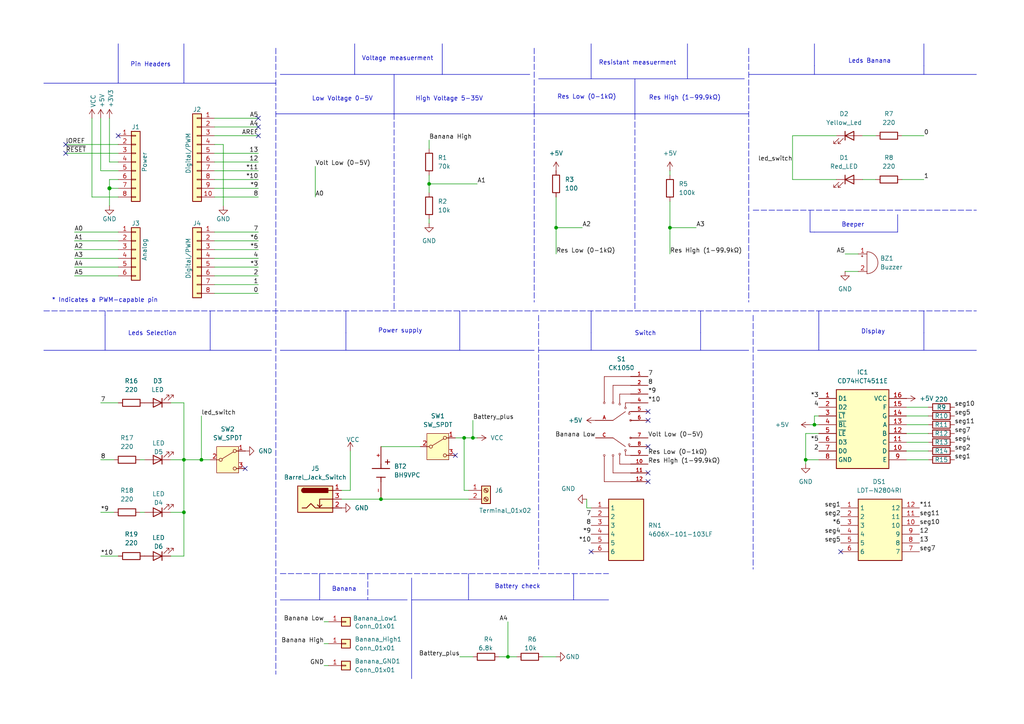
<source format=kicad_sch>
(kicad_sch (version 20231120) (generator "eeschema") (generator_version "8.0")
  (paper "A4")
  (title_block (title "P2-Multimeter") (date "mar. 31 mars 2015") (company "YRGO") (comment 1 "Niklas Brodén"))
  (lib_symbols
    (symbol "+5V_1" (power) (pin_numbers hide) (pin_names (offset 0) hide)
      (property "Value" "+5V" (at 0 3.556 0))
      (symbol "+5V_1_1_1"
        (pin power_in line (at 0 0 90) (length 0) (name "~") (number "1"))
      )
    )
    (symbol "+5V_3" (power) (pin_numbers hide) (pin_names (offset 0) hide)
      (property "Value" "+5V" (at 0 3.556 0))
      (symbol "+5V_3_1_1"
        (pin power_in line (at 0 0 90) (length 0) (name "~") (number "1"))
      )
    )
    (symbol "+5V_4" (power) (pin_numbers hide) (pin_names (offset 0) hide)
      (property "Value" "+5V" (at 0 3.556 0))
      (symbol "+5V_4_1_1"
        (pin power_in line (at 0 0 90) (length 0) (name "~") (number "1"))
      )
    )
    (symbol "4606X-101-103LF:4606X-101-103LF"
      (property "Reference" "RN" (at 16.51 7.62 0))
      (property "Value" "4606X-101-103LF" (at 16.51 5.08 0))
      (symbol "4606X-101-103LF_1_1"
        (pin passive line (at 0 0 0) (length 5.08) (name "1") (number "1"))
        (pin passive line (at 0 -2.54 0) (length 5.08) (name "2") (number "2"))
        (pin passive line (at 0 -5.08 0) (length 5.08) (name "3") (number "3"))
        (pin passive line (at 0 -7.62 0) (length 5.08) (name "4") (number "4"))
        (pin passive line (at 0 -10.16 0) (length 5.08) (name "5") (number "5"))
        (pin passive line (at 0 -12.7 0) (length 5.08) (name "6") (number "6"))
      )
    )
    (symbol "BH9VPC:BH9VPC" (pin_names (offset 1.016))
      (property "Reference" "BT" (at -3.81 3.81 0))
      (property "Value" "BH9VPC" (at -3.81 -5.08 0))
      (symbol "BH9VPC_0_0"
        (pin passive line (at -7.62 0 0) (length 5.08) (name "~") (number "+"))
        (pin passive line (at 7.62 0 180) (length 5.08) (name "~") (number "-"))
      )
    )
    (symbol "CD74HCT4511E:CD74HCT4511E"
      (property "Reference" "IC" (at 21.59 7.62 0))
      (property "Value" "CD74HCT4511E" (at 21.59 5.08 0))
      (symbol "CD74HCT4511E_1_1"
        (pin passive line (at 0 0 0) (length 5.08) (name "D1") (number "1"))
        (pin passive line (at 25.4 -15.24 180) (length 5.08) (name "D") (number "10"))
        (pin passive line (at 25.4 -12.7 180) (length 5.08) (name "C") (number "11"))
        (pin passive line (at 25.4 -10.16 180) (length 5.08) (name "B") (number "12"))
        (pin passive line (at 25.4 -7.62 180) (length 5.08) (name "A") (number "13"))
        (pin passive line (at 25.4 -5.08 180) (length 5.08) (name "G") (number "14"))
        (pin passive line (at 25.4 -2.54 180) (length 5.08) (name "F") (number "15"))
        (pin passive line (at 25.4 0 180) (length 5.08) (name "VCC") (number "16"))
        (pin passive line (at 0 -2.54 0) (length 5.08) (name "D2") (number "2"))
        (pin passive line (at 0 -5.08 0) (length 5.08) (name "~{LT}") (number "3"))
        (pin passive line (at 0 -7.62 0) (length 5.08) (name "~{BL}") (number "4"))
        (pin passive line (at 0 -10.16 0) (length 5.08) (name "~{LE}") (number "5"))
        (pin passive line (at 0 -12.7 0) (length 5.08) (name "D3") (number "6"))
        (pin passive line (at 0 -15.24 0) (length 5.08) (name "D0") (number "7"))
        (pin passive line (at 0 -17.78 0) (length 5.08) (name "GND") (number "8"))
        (pin passive line (at 25.4 -17.78 180) (length 5.08) (name "E") (number "9"))
      )
    )
    (symbol "CK1050:CK1050" (pin_names (offset 1.016))
      (property "Reference" "S" (at -5.08 17.78 0))
      (property "Value" "CK1050" (at -5.08 -20.32 0))
      (symbol "CK1050_0_0"
        (pin passive line (at 7.62 15.24 180) (length 5.08) (name "~") (number "1"))
        (pin passive line (at 7.62 -10.16 180) (length 5.08) (name "~") (number "10"))
        (pin passive line (at 7.62 -12.7 180) (length 5.08) (name "~") (number "11"))
        (pin passive line (at 7.62 -15.24 180) (length 5.08) (name "~") (number "12"))
        (pin passive line (at 7.62 12.7 180) (length 5.08) (name "~") (number "2"))
        (pin passive line (at 7.62 10.16 180) (length 5.08) (name "~") (number "3"))
        (pin passive line (at 7.62 7.62 180) (length 5.08) (name "~") (number "4"))
        (pin passive line (at 7.62 5.08 180) (length 5.08) (name "~") (number "5"))
        (pin passive line (at 7.62 2.54 180) (length 5.08) (name "~") (number "6"))
        (pin passive line (at 7.62 -2.54 180) (length 5.08) (name "~") (number "7"))
        (pin passive line (at 7.62 -5.08 180) (length 5.08) (name "~") (number "8"))
        (pin passive line (at 7.62 -7.62 180) (length 5.08) (name "~") (number "9"))
        (pin passive line (at -7.62 2.54 0) (length 5.08) (name "~") (number "A"))
        (pin passive line (at -7.62 -2.54 0) (length 5.08) (name "~") (number "C"))
      )
    )
    (symbol "Connector:Barrel_Jack_Switch" (pin_names hide)
      (property "Reference" "J" (at 0 5.334 0))
      (property "Value" "Barrel_Jack_Switch" (at 0 -5.08 0))
      (symbol "Barrel_Jack_Switch_1_1"
        (pin passive line (at 7.62 2.54 180) (length 2.54) (name "~") (number "1"))
        (pin passive line (at 7.62 -2.54 180) (length 2.54) (name "~") (number "2"))
        (pin passive line (at 7.62 0 180) (length 2.54) (name "~") (number "3"))
      )
    )
    (symbol "Connector:Screw_Terminal_01x02" (pin_names (offset 1.016) hide)
      (property "Reference" "J" (at 0 2.54 0))
      (property "Value" "Screw_Terminal_01x02" (at 0 -5.08 0))
      (symbol "Screw_Terminal_01x02_1_1"
        (pin passive line (at -5.08 0 0) (length 3.81) (name "Pin_1") (number "1"))
        (pin passive line (at -5.08 -2.54 0) (length 3.81) (name "Pin_2") (number "2"))
      )
    )
    (symbol "Connector_Generic:Conn_01x01" (pin_names (offset 1.016) hide)
      (property "Reference" "J" (at 0 2.54 0))
      (property "Value" "Conn_01x01" (at 0 -2.54 0))
      (symbol "Conn_01x01_1_1"
        (pin passive line (at -5.08 0 0) (length 3.81) (name "Pin_1") (number "1"))
      )
    )
    (symbol "Connector_Generic:Conn_01x06" (pin_names (offset 1.016) hide)
      (property "Reference" "J" (at 0 7.62 0))
      (property "Value" "Conn_01x06" (at 0 -10.16 0))
      (symbol "Conn_01x06_1_1"
        (pin passive line (at -5.08 5.08 0) (length 3.81) (name "Pin_1") (number "1"))
        (pin passive line (at -5.08 2.54 0) (length 3.81) (name "Pin_2") (number "2"))
        (pin passive line (at -5.08 0 0) (length 3.81) (name "Pin_3") (number "3"))
        (pin passive line (at -5.08 -2.54 0) (length 3.81) (name "Pin_4") (number "4"))
        (pin passive line (at -5.08 -5.08 0) (length 3.81) (name "Pin_5") (number "5"))
        (pin passive line (at -5.08 -7.62 0) (length 3.81) (name "Pin_6") (number "6"))
      )
    )
    (symbol "Connector_Generic:Conn_01x08" (pin_names (offset 1.016) hide)
      (property "Reference" "J" (at 0 10.16 0))
      (property "Value" "Conn_01x08" (at 0 -12.7 0))
      (symbol "Conn_01x08_1_1"
        (pin passive line (at -5.08 7.62 0) (length 3.81) (name "Pin_1") (number "1"))
        (pin passive line (at -5.08 5.08 0) (length 3.81) (name "Pin_2") (number "2"))
        (pin passive line (at -5.08 2.54 0) (length 3.81) (name "Pin_3") (number "3"))
        (pin passive line (at -5.08 0 0) (length 3.81) (name "Pin_4") (number "4"))
        (pin passive line (at -5.08 -2.54 0) (length 3.81) (name "Pin_5") (number "5"))
        (pin passive line (at -5.08 -5.08 0) (length 3.81) (name "Pin_6") (number "6"))
        (pin passive line (at -5.08 -7.62 0) (length 3.81) (name "Pin_7") (number "7"))
        (pin passive line (at -5.08 -10.16 0) (length 3.81) (name "Pin_8") (number "8"))
      )
    )
    (symbol "Connector_Generic:Conn_01x10" (pin_names (offset 1.016) hide)
      (property "Reference" "J" (at 0 12.7 0))
      (property "Value" "Conn_01x10" (at 0 -15.24 0))
      (symbol "Conn_01x10_1_1"
        (pin passive line (at -5.08 10.16 0) (length 3.81) (name "Pin_1") (number "1"))
        (pin passive line (at -5.08 -12.7 0) (length 3.81) (name "Pin_10") (number "10"))
        (pin passive line (at -5.08 7.62 0) (length 3.81) (name "Pin_2") (number "2"))
        (pin passive line (at -5.08 5.08 0) (length 3.81) (name "Pin_3") (number "3"))
        (pin passive line (at -5.08 2.54 0) (length 3.81) (name "Pin_4") (number "4"))
        (pin passive line (at -5.08 0 0) (length 3.81) (name "Pin_5") (number "5"))
        (pin passive line (at -5.08 -2.54 0) (length 3.81) (name "Pin_6") (number "6"))
        (pin passive line (at -5.08 -5.08 0) (length 3.81) (name "Pin_7") (number "7"))
        (pin passive line (at -5.08 -7.62 0) (length 3.81) (name "Pin_8") (number "8"))
        (pin passive line (at -5.08 -10.16 0) (length 3.81) (name "Pin_9") (number "9"))
      )
    )
    (symbol "Device:Buzzer" (pin_names (offset 0.0254) hide)
      (property "Reference" "BZ" (at 3.81 1.27 0))
      (property "Value" "Buzzer" (at 3.81 -1.27 0))
      (symbol "Buzzer_1_1"
        (pin passive line (at -2.54 2.54 0) (length 2.54) (name "+") (number "1"))
        (pin passive line (at -2.54 -2.54 0) (length 2.54) (name "-") (number "2"))
      )
    )
    (symbol "Device:LED" (pin_numbers hide) (pin_names (offset 1.016) hide)
      (property "Reference" "D" (at 0 2.54 0))
      (property "Value" "LED" (at 0 -2.54 0))
      (symbol "LED_1_1"
        (pin passive line (at -3.81 0 0) (length 2.54) (name "K") (number "1"))
        (pin passive line (at 3.81 0 180) (length 2.54) (name "A") (number "2"))
      )
    )
    (symbol "Device:R" (pin_numbers hide) (pin_names (offset 0))
      (property "Reference" "R" (at 2.032 0 90))
      (property "Value" "R" (at 0 0 90))
      (symbol "R_1_1"
        (pin passive line (at 0 3.81 270) (length 1.27) (name "~") (number "1"))
        (pin passive line (at 0 -3.81 90) (length 1.27) (name "~") (number "2"))
      )
    )
    (symbol "GND_1" (power) (pin_numbers hide) (pin_names (offset 0) hide)
      (property "Value" "GND" (at 0 -3.81 0))
      (symbol "GND_1_1_1"
        (pin power_in line (at 0 0 270) (length 0) (name "~") (number "1"))
      )
    )
    (symbol "GND_10" (power) (pin_numbers hide) (pin_names (offset 0) hide)
      (property "Value" "GND" (at 0 -3.81 0))
      (symbol "GND_10_1_1"
        (pin power_in line (at 0 0 270) (length 0) (name "~") (number "1"))
      )
    )
    (symbol "GND_2" (power) (pin_numbers hide) (pin_names (offset 0) hide)
      (property "Value" "GND" (at 0 -3.81 0))
      (symbol "GND_2_1_1"
        (pin power_in line (at 0 0 270) (length 0) (name "~") (number "1"))
      )
    )
    (symbol "GND_3" (power) (pin_numbers hide) (pin_names (offset 0) hide)
      (property "Value" "GND" (at 0 -3.81 0))
      (symbol "GND_3_1_1"
        (pin power_in line (at 0 0 270) (length 0) (name "~") (number "1"))
      )
    )
    (symbol "GND_4" (power) (pin_numbers hide) (pin_names (offset 0) hide)
      (property "Value" "GND" (at 0 -3.81 0))
      (symbol "GND_4_1_1"
        (pin power_in line (at 0 0 270) (length 0) (name "~") (number "1"))
      )
    )
    (symbol "GND_5" (power) (pin_numbers hide) (pin_names (offset 0) hide)
      (property "Value" "GND" (at 0 -3.81 0))
      (symbol "GND_5_1_1"
        (pin power_in line (at 0 0 270) (length 0) (name "~") (number "1"))
      )
    )
    (symbol "GND_6" (power) (pin_numbers hide) (pin_names (offset 0) hide)
      (property "Value" "GND" (at 0 -3.81 0))
      (symbol "GND_6_1_1"
        (pin power_in line (at 0 0 270) (length 0) (name "~") (number "1"))
      )
    )
    (symbol "LDT-N2804RI:LDT-N2804RI"
      (property "Reference" "DS" (at 19.05 7.62 0))
      (property "Value" "LDT-N2804RI" (at 19.05 5.08 0))
      (symbol "LDT-N2804RI_1_1"
        (pin passive line (at 0 0 0) (length 5.08) (name "1") (number "1"))
        (pin passive line (at 22.86 -5.08 180) (length 5.08) (name "10") (number "10"))
        (pin passive line (at 22.86 -2.54 180) (length 5.08) (name "11") (number "11"))
        (pin passive line (at 22.86 0 180) (length 5.08) (name "12") (number "12"))
        (pin passive line (at 0 -2.54 0) (length 5.08) (name "2") (number "2"))
        (pin passive line (at 0 -5.08 0) (length 5.08) (name "3") (number "3"))
        (pin passive line (at 0 -7.62 0) (length 5.08) (name "4") (number "4"))
        (pin passive line (at 0 -10.16 0) (length 5.08) (name "5") (number "5"))
        (pin passive line (at 0 -12.7 0) (length 5.08) (name "6") (number "6"))
        (pin passive line (at 22.86 -12.7 180) (length 5.08) (name "7") (number "7"))
        (pin passive line (at 22.86 -10.16 180) (length 5.08) (name "8") (number "8"))
        (pin passive line (at 22.86 -7.62 180) (length 5.08) (name "9") (number "9"))
      )
    )
    (symbol "Switch:SW_SPDT" (pin_names (offset 0) hide)
      (property "Reference" "SW" (at 0 5.08 0))
      (property "Value" "SW_SPDT" (at 0 -5.08 0))
      (symbol "SW_SPDT_1_1"
        (pin passive line (at 5.08 2.54 180) (length 2.54) (name "A") (number "1"))
        (pin passive line (at -5.08 0 0) (length 2.54) (name "B") (number "2"))
        (pin passive line (at 5.08 -2.54 180) (length 2.54) (name "C") (number "3"))
      )
    )
    (symbol "VCC_1" (power) (pin_numbers hide) (pin_names (offset 0) hide)
      (property "Value" "VCC" (at 0 3.556 0))
      (symbol "VCC_1_1_1"
        (pin power_in line (at 0 0 90) (length 0) (name "~") (number "1"))
      )
    )
    (symbol "VCC_2" (power) (pin_numbers hide) (pin_names (offset 0) hide)
      (property "Value" "VCC" (at 0 3.556 0))
      (symbol "VCC_2_1_1"
        (pin power_in line (at 0 0 90) (length 0) (name "~") (number "1"))
      )
    )
    (symbol "power:+3V3" (power) (pin_names (offset 0))
      (property "Value" "+3V3" (at 0 3.556 0))
      (symbol "+3V3_1_1"
        (pin power_in line (at 0 0 90) (length 0) hide (name "+3V3") (number "1"))
      )
    )
    (symbol "power:+5V" (power) (pin_names (offset 0))
      (property "Value" "+5V" (at 0 3.556 0))
      (symbol "+5V_1_1"
        (pin power_in line (at 0 0 90) (length 0) hide (name "+5V") (number "1"))
      )
    )
    (symbol "power:GND" (power) (pin_names (offset 0))
      (property "Value" "GND" (at 0 -3.81 0))
      (symbol "GND_1_1"
        (pin power_in line (at 0 0 270) (length 0) hide (name "GND") (number "1"))
      )
    )
    (symbol "power:VCC" (power) (pin_names (offset 0))
      (property "Value" "VCC" (at 0 3.81 0))
      (symbol "VCC_1_1"
        (pin power_in line (at 0 0 90) (length 0) hide (name "VCC") (number "1"))
      )
    )
  )
  (junction (at 194.31 66.04))
  (junction (at 147.32 190.5))
  (junction (at 134.62 127))
  (junction (at 58.42 133.35))
  (junction (at 124.46 53.34))
  (junction (at 31.75 54.61) (diameter 1.016))
  (junction (at 236.22 123.19))
  (junction (at 110.49 144.78))
  (junction (at 161.29 66.04))
  (junction (at 53.34 133.35))
  (junction (at 137.16 127))
  (junction (at 53.34 148.59))
  (junction (at 233.68 133.35))
  (no_connect (at 71.12 135.89))
  (no_connect (at 74.93 34.29))
  (no_connect (at 19.05 41.91))
  (no_connect (at 243.84 160.02))
  (no_connect (at 187.96 139.7))
  (no_connect (at 187.96 129.54))
  (no_connect (at 187.96 137.16))
  (no_connect (at 187.96 119.38))
  (no_connect (at 34.29 39.37))
  (no_connect (at 19.05 44.45))
  (no_connect (at 74.93 39.37))
  (no_connect (at 187.96 121.92))
  (no_connect (at 74.93 36.83))
  (no_connect (at 171.45 160.02))
  (no_connect (at 132.08 132.08))
  (wire (pts (xy 62.23 85.09) (xy 74.93 85.09)))
  (wire (pts (xy 262.89 128.27) (xy 269.24 128.27)))
  (wire (pts (xy 161.29 66.04) (xy 168.91 66.04)))
  (polyline (pts (xy 114.3 21.59) (xy 114.3 33.02)))
  (wire (pts (xy 250.19 39.37) (xy 254 39.37)))
  (wire (pts (xy 62.23 52.07) (xy 74.93 52.07)))
  (wire (pts (xy 161.29 57.15) (xy 161.29 66.04)))
  (polyline (pts (xy 156.21 91.44) (xy 156.21 165.1)) (stroke (width 0) (type dash)))
  (wire (pts (xy 62.23 34.29) (xy 74.93 34.29)))
  (polyline (pts (xy 30.48 91.44) (xy 30.48 101.6)))
  (polyline (pts (xy 267.97 19.05) (xy 267.97 21.59)))
  (polyline (pts (xy 199.39 12.7) (xy 199.39 22.86)))
  (wire (pts (xy 262.89 130.81) (xy 269.24 130.81)))
  (polyline (pts (xy 217.17 21.59) (xy 283.21 21.59)))
  (wire (pts (xy 53.34 161.29) (xy 49.53 161.29)))
  (wire (pts (xy 31.75 52.07) (xy 31.75 54.61)))
  (wire (pts (xy 147.32 180.34) (xy 147.32 190.5)))
  (wire (pts (xy 21.59 80.01) (xy 34.29 80.01)))
  (polyline (pts (xy 92.71 166.37) (xy 92.71 173.99)))
  (polyline (pts (xy 34.29 12.7) (xy 34.29 24.13)))
  (wire (pts (xy 29.21 133.35) (xy 33.02 133.35)))
  (wire (pts (xy 31.75 54.61) (xy 31.75 59.69)))
  (wire (pts (xy 91.44 48.26) (xy 91.44 57.15)))
  (polyline (pts (xy 119.38 167.64) (xy 119.38 196.85)))
  (wire (pts (xy 99.06 144.78) (xy 110.49 144.78)))
  (wire (pts (xy 31.75 46.99) (xy 34.29 46.99)))
  (wire (pts (xy 144.78 190.5) (xy 147.32 190.5)))
  (wire (pts (xy 233.68 133.35) (xy 237.49 133.35)))
  (polyline (pts (xy 114.3 33.02) (xy 154.94 33.02)))
  (wire (pts (xy 29.21 49.53) (xy 34.29 49.53)))
  (wire (pts (xy 29.21 34.29) (xy 29.21 49.53)))
  (wire (pts (xy 40.64 133.35) (xy 41.91 133.35)))
  (wire (pts (xy 53.34 133.35) (xy 58.42 133.35)))
  (wire (pts (xy 262.89 125.73) (xy 269.24 125.73)))
  (polyline (pts (xy 184.15 33.02) (xy 154.94 33.02)))
  (wire (pts (xy 29.21 148.59) (xy 33.02 148.59)))
  (wire (pts (xy 62.23 44.45) (xy 74.93 44.45)))
  (wire (pts (xy 157.48 190.5) (xy 161.29 190.5)))
  (wire (pts (xy 40.64 148.59) (xy 41.91 148.59)))
  (polyline (pts (xy 12.7 90.17) (xy 283.21 90.17)) (stroke (width 0) (type dash)))
  (wire (pts (xy 31.75 34.29) (xy 31.75 46.99)))
  (wire (pts (xy 62.23 67.31) (xy 74.93 67.31)))
  (wire (pts (xy 124.46 53.34) (xy 124.46 55.88)))
  (polyline (pts (xy 81.28 166.37) (xy 176.53 166.37)) (stroke (width 0) (type dash)))
  (wire (pts (xy 93.98 186.69) (xy 95.25 186.69)))
  (wire (pts (xy 229.87 39.37) (xy 229.87 52.07)))
  (wire (pts (xy 34.29 67.31) (xy 21.59 67.31)))
  (wire (pts (xy 250.19 52.07) (xy 254 52.07)))
  (polyline (pts (xy 154.94 33.02) (xy 154.94 31.75)))
  (wire (pts (xy 233.68 134.62) (xy 233.68 133.35)))
  (wire (pts (xy 62.23 46.99) (xy 74.93 46.99)))
  (polyline (pts (xy 60.96 90.17) (xy 60.96 96.52)))
  (wire (pts (xy 53.34 116.84) (xy 49.53 116.84)))
  (polyline (pts (xy 100.33 96.52) (xy 100.33 101.6)))
  (polyline (pts (xy 53.34 12.7) (xy 53.34 24.13)))
  (wire (pts (xy 62.23 69.85) (xy 74.93 69.85)))
  (wire (pts (xy 194.31 58.42) (xy 194.31 66.04)))
  (wire (pts (xy 29.21 116.84) (xy 34.29 116.84)))
  (wire (pts (xy 110.49 144.78) (xy 135.89 144.78)))
  (wire (pts (xy 194.31 66.04) (xy 201.93 66.04)))
  (wire (pts (xy 234.95 123.19) (xy 236.22 123.19)))
  (wire (pts (xy 236.22 123.19) (xy 236.22 120.65)))
  (polyline (pts (xy 171.45 12.7) (xy 171.45 22.86)))
  (wire (pts (xy 262.89 123.19) (xy 269.24 123.19)))
  (wire (pts (xy 110.49 129.54) (xy 121.92 129.54)))
  (polyline (pts (xy 237.49 90.17) (xy 237.49 96.52)))
  (polyline (pts (xy 81.28 21.59) (xy 153.67 21.59)))
  (polyline (pts (xy 128.27 12.7) (xy 128.27 21.59)))
  (wire (pts (xy 134.62 127) (xy 137.16 127)))
  (wire (pts (xy 101.6 130.81) (xy 101.6 142.24)))
  (wire (pts (xy 134.62 127) (xy 132.08 127)))
  (polyline (pts (xy 30.48 90.17) (xy 30.48 91.44)))
  (polyline (pts (xy 234.95 67.31) (xy 236.22 67.31)))
  (wire (pts (xy 62.23 54.61) (xy 74.93 54.61)))
  (wire (pts (xy 93.98 180.34) (xy 95.25 180.34)))
  (wire (pts (xy 124.46 53.34) (xy 138.43 53.34)))
  (polyline (pts (xy 218.44 60.96) (xy 283.21 60.96)) (stroke (width 0) (type dash)))
  (wire (pts (xy 62.23 74.93) (xy 74.93 74.93)))
  (polyline (pts (xy 119.38 173.99) (xy 176.53 173.99)))
  (polyline (pts (xy 184.15 33.02) (xy 184.15 90.17)) (stroke (width 0) (type dash)))
  (polyline (pts (xy 219.71 101.6) (xy 283.21 101.6)))
  (polyline (pts (xy 133.35 90.17) (xy 133.35 96.52)))
  (polyline (pts (xy 135.89 166.37) (xy 135.89 167.64)))
  (wire (pts (xy 135.89 142.24) (xy 134.62 142.24)))
  (polyline (pts (xy 218.44 91.44) (xy 218.44 165.1)) (stroke (width 0) (type dash)))
  (wire (pts (xy 138.43 127) (xy 137.16 127)))
  (polyline (pts (xy 203.2 96.52) (xy 203.2 101.6)))
  (wire (pts (xy 19.05 41.91) (xy 34.29 41.91)))
  (wire (pts (xy 29.21 161.29) (xy 34.29 161.29)))
  (polyline (pts (xy 260.35 62.23) (xy 260.35 67.31)))
  (polyline (pts (xy 237.49 96.52) (xy 237.49 101.6)))
  (wire (pts (xy 93.98 193.04) (xy 95.25 193.04)))
  (polyline (pts (xy 184.15 33.02) (xy 217.17 33.02)))
  (wire (pts (xy 53.34 133.35) (xy 53.34 148.59)))
  (polyline (pts (xy 135.89 167.64) (xy 135.89 173.99)))
  (polyline (pts (xy 267.97 12.7) (xy 267.97 19.05)))
  (wire (pts (xy 64.77 41.91) (xy 64.77 59.69)))
  (wire (pts (xy 133.35 190.5) (xy 137.16 190.5)))
  (wire (pts (xy 62.23 39.37) (xy 74.93 39.37)))
  (wire (pts (xy 229.87 52.07) (xy 242.57 52.07)))
  (wire (pts (xy 262.89 133.35) (xy 269.24 133.35)))
  (polyline (pts (xy 184.15 22.86) (xy 184.15 33.02)))
  (polyline (pts (xy 267.97 96.52) (xy 267.97 101.6)))
  (wire (pts (xy 53.34 148.59) (xy 49.53 148.59)))
  (wire (pts (xy 34.29 72.39) (xy 21.59 72.39)))
  (wire (pts (xy 19.05 44.45) (xy 34.29 44.45)))
  (wire (pts (xy 134.62 127) (xy 134.62 142.24)))
  (wire (pts (xy 124.46 40.64) (xy 124.46 43.18)))
  (wire (pts (xy 34.29 54.61) (xy 31.75 54.61)))
  (wire (pts (xy 236.22 120.65) (xy 237.49 120.65)))
  (polyline (pts (xy 81.28 173.99) (xy 118.11 173.99)))
  (wire (pts (xy 170.18 147.32) (xy 171.45 147.32)))
  (polyline (pts (xy 217.17 13.97) (xy 217.17 87.63)) (stroke (width 0) (type dash)))
  (polyline (pts (xy 203.2 90.17) (xy 203.2 96.52)))
  (wire (pts (xy 161.29 66.04) (xy 161.29 73.66)))
  (wire (pts (xy 34.29 57.15) (xy 26.67 57.15)))
  (polyline (pts (xy 236.22 12.7) (xy 236.22 19.05)))
  (polyline (pts (xy 106.68 166.37) (xy 106.68 173.99)) (stroke (width 0) (type dash)))
  (wire (pts (xy 21.59 69.85) (xy 34.29 69.85)))
  (polyline (pts (xy 100.33 90.17) (xy 100.33 96.52)))
  (wire (pts (xy 233.68 125.73) (xy 233.68 133.35)))
  (wire (pts (xy 245.11 78.74) (xy 248.92 78.74)))
  (polyline (pts (xy 236.22 19.05) (xy 236.22 21.59)))
  (wire (pts (xy 262.89 118.11) (xy 269.24 118.11)))
  (wire (pts (xy 170.18 144.78) (xy 170.18 147.32)))
  (wire (pts (xy 124.46 50.8) (xy 124.46 53.34)))
  (wire (pts (xy 194.31 66.04) (xy 194.31 73.66)))
  (wire (pts (xy 267.97 52.07) (xy 261.62 52.07)))
  (polyline (pts (xy 166.37 172.72) (xy 166.37 173.99)))
  (wire (pts (xy 62.23 41.91) (xy 64.77 41.91)))
  (polyline (pts (xy 156.21 22.86) (xy 215.9 22.86)))
  (wire (pts (xy 34.29 52.07) (xy 31.75 52.07)))
  (wire (pts (xy 147.32 190.5) (xy 149.86 190.5)))
  (wire (pts (xy 267.97 39.37) (xy 261.62 39.37)))
  (wire (pts (xy 124.46 64.77) (xy 124.46 63.5)))
  (polyline (pts (xy 133.35 96.52) (xy 133.35 101.6)))
  (polyline (pts (xy 171.45 96.52) (xy 171.45 101.6)))
  (wire (pts (xy 99.06 142.24) (xy 101.6 142.24)))
  (wire (pts (xy 62.23 49.53) (xy 74.93 49.53)))
  (wire (pts (xy 58.42 120.65) (xy 58.42 133.35)))
  (wire (pts (xy 262.89 120.65) (xy 269.24 120.65)))
  (wire (pts (xy 53.34 116.84) (xy 53.34 133.35)))
  (polyline (pts (xy 156.21 101.6) (xy 217.17 101.6)))
  (wire (pts (xy 236.22 123.19) (xy 237.49 123.19)))
  (polyline (pts (xy 12.7 101.6) (xy 78.74 101.6)))
  (wire (pts (xy 62.23 72.39) (xy 74.93 72.39)))
  (wire (pts (xy 21.59 74.93) (xy 34.29 74.93)))
  (polyline (pts (xy 267.97 90.17) (xy 267.97 96.52)))
  (polyline (pts (xy 12.7 24.13) (xy 80.01 24.13)))
  (wire (pts (xy 137.16 127) (xy 137.16 121.92)))
  (polyline (pts (xy 154.94 13.97) (xy 154.94 87.63)) (stroke (width 0) (type dash)))
  (wire (pts (xy 53.34 148.59) (xy 53.34 161.29)))
  (polyline (pts (xy 166.37 166.37) (xy 166.37 172.72)))
  (wire (pts (xy 62.23 36.83) (xy 74.93 36.83)))
  (polyline (pts (xy 102.87 12.7) (xy 102.87 21.59)))
  (wire (pts (xy 62.23 80.01) (xy 74.93 80.01)))
  (polyline (pts (xy 81.28 101.6) (xy 154.94 101.6)))
  (polyline (pts (xy 80.01 13.97) (xy 80.01 195.58)) (stroke (width 0) (type dash)))
  (wire (pts (xy 53.34 133.35) (xy 49.53 133.35)))
  (wire (pts (xy 62.23 77.47) (xy 74.93 77.47)))
  (polyline (pts (xy 114.3 33.02) (xy 80.01 33.02)))
  (polyline (pts (xy 171.45 90.17) (xy 171.45 96.52)))
  (wire (pts (xy 233.68 125.73) (xy 237.49 125.73)))
  (wire (pts (xy 58.42 133.35) (xy 60.96 133.35)))
  (wire (pts (xy 229.87 39.37) (xy 242.57 39.37)))
  (wire (pts (xy 62.23 82.55) (xy 74.93 82.55)))
  (wire (pts (xy 245.11 73.66) (xy 248.92 73.66)))
  (wire (pts (xy 26.67 57.15) (xy 26.67 34.29)))
  (polyline (pts (xy 60.96 96.52) (xy 60.96 101.6)))
  (polyline (pts (xy 234.95 60.96) (xy 234.95 67.31)))
  (wire (pts (xy 34.29 77.47) (xy 21.59 77.47)))
  (polyline (pts (xy 236.22 67.31) (xy 260.35 67.31)))
  (wire (pts (xy 194.31 49.53) (xy 194.31 50.8)))
  (wire (pts (xy 62.23 57.15) (xy 74.93 57.15)))
  (polyline (pts (xy 114.3 33.02) (xy 114.3 90.17)) (stroke (width 0) (type dash)))
  (text "High Voltage 5-35V" (at 130.302 28.702 0) (effects (font (size 1.27 1.27))))
  (text "Voltage measuerment" (at 115.316 17.018 0) (effects (font (size 1.27 1.27))))
  (text "Low Voltage 0-5V" (at 99.314 28.702 0) (effects (font (size 1.27 1.27))))
  (text "Leds Selection" (at 44.196 96.774 0) (effects (font (size 1.27 1.27))))
  (text "Display" (at 253.238 96.266 0) (effects (font (size 1.27 1.27))))
  (text "Beeper" (at 247.396 65.278 0) (effects (font (size 1.27 1.27))))
  (text "Res High (1-99.9kΩ)" (at 198.628 28.448 0) (effects (font (size 1.27 1.27))))
  (text "Pin Headers" (at 43.688 18.796 0) (effects (font (size 1.27 1.27))))
  (text "Banana" (at 99.822 170.942 0) (effects (font (size 1.27 1.27))))
  (text "Res Low (0-1kΩ)" (at 170.18 28.194 0) (effects (font (size 1.27 1.27))))
  (text "Leds Banana" (at 252.222 17.78 0) (effects (font (size 1.27 1.27))))
  (text "Switch" (at 187.198 96.774 0) (effects (font (size 1.27 1.27))))
  (text "* Indicates a PWM-capable pin" (at 14.986 87.884 0) (effects (font (size 1.27 1.27)) (justify left bottom)))
  (text "Resistant measuerment" (at 184.912 18.288 0) (effects (font (size 1.27 1.27))))
  (text "Battery check" (at 150.114 170.18 0) (effects (font (size 1.27 1.27))))
  (text "Power supply" (at 116.078 96.012 0) (effects (font (size 1.27 1.27))))
  (label "0" (at 74.93 85.09 180))
  (label "8" (at 171.45 152.4 180))
  (label "A2" (at 21.59 72.39 0))
  (label "1" (at 267.97 52.07 0))
  (label "led_switch" (at 229.87 46.99 180))
  (label "4" (at 74.93 74.93 180))
  (label "seg1" (at 276.86 133.35 0))
  (label "Volt Low (0-5V)" (at 91.44 48.26 0))
  (label "*5" (at 237.49 128.27 180))
  (label "7" (at 29.21 116.84 0))
  (label "13" (at 266.7 157.48 0))
  (label "2" (at 74.93 80.01 180))
  (label "A4" (at 147.32 180.34 180))
  (label "seg2" (at 243.84 149.86 180))
  (label "A3" (at 21.59 74.93 0))
  (label "*10" (at 187.96 116.84 0))
  (label "led_switch" (at 58.42 120.65 0))
  (label "13" (at 74.93 44.45 180))
  (label "seg10" (at 266.7 152.4 0))
  (label "7" (at 171.45 149.86 180))
  (label "Battery_plus" (at 137.16 121.92 0))
  (label "12" (at 74.93 46.99 180))
  (label "*9" (at 187.96 114.3 0))
  (label "Battery_plus" (at 133.35 190.5 180))
  (label "~{RESET}" (at 19.05 44.45 0))
  (label "*10" (at 74.93 52.07 180))
  (label "Banana Low" (at 93.98 180.34 180))
  (label "7" (at 187.96 109.22 0))
  (label "*9" (at 171.45 154.94 180))
  (label "8" (at 187.96 111.76 0))
  (label "Res Low (0-1kΩ)" (at 187.96 132.08 0))
  (label "seg4" (at 243.84 154.94 180))
  (label "Volt Low (0-5V)" (at 187.96 127 0))
  (label "seg5" (at 276.86 120.65 0))
  (label "seg2" (at 276.86 130.81 0))
  (label "Banana High" (at 124.46 40.64 0))
  (label "7" (at 74.93 67.31 180))
  (label "*3" (at 237.49 115.57 180))
  (label "12" (at 266.7 154.94 0))
  (label "A4" (at 74.93 36.83 180))
  (label "8" (at 74.93 57.15 180))
  (label "*6" (at 243.84 152.4 180))
  (label "*11" (at 74.93 49.53 180))
  (label "*3" (at 74.93 77.47 180))
  (label "*9" (at 29.21 148.59 0))
  (label "seg7" (at 276.86 125.73 0))
  (label "seg11" (at 266.7 149.86 0))
  (label "4" (at 237.49 118.11 180))
  (label "A1" (at 21.59 69.85 0))
  (label "1" (at 74.93 82.55 180))
  (label "Res High (1-99.9kΩ)" (at 187.96 134.62 0))
  (label "GND" (at 93.98 193.04 180))
  (label "A0" (at 21.59 67.31 0))
  (label "A0" (at 91.44 57.15 0))
  (label "0" (at 267.97 39.37 0))
  (label "AREF" (at 74.93 39.37 180))
  (label "Res Low (0-1kΩ)" (at 161.29 73.66 0))
  (label "A1" (at 138.43 53.34 0))
  (label "Res High (1-99.9kΩ)" (at 194.31 73.66 0))
  (label "seg4" (at 276.86 128.27 0))
  (label "*6" (at 74.93 69.85 180))
  (label "A5" (at 74.93 34.29 180))
  (label "*9" (at 74.93 54.61 180))
  (label "2" (at 237.49 130.81 180))
  (label "seg7" (at 266.7 160.02 0))
  (label "8" (at 29.21 133.35 0))
  (label "*5" (at 74.93 72.39 180))
  (label "seg11" (at 276.86 123.19 0))
  (label "IOREF" (at 19.05 41.91 0))
  (label "Banana High" (at 93.98 186.69 180))
  (label "Banana Low" (at 172.72 127 180))
  (label "A4" (at 21.59 77.47 0))
  (label "seg1" (at 243.84 147.32 180))
  (label "A5" (at 21.59 80.01 0))
  (label "seg5" (at 243.84 157.48 180))
  (label "A5" (at 245.11 73.66 180))
  (label "A3" (at 201.93 66.04 0))
  (label "seg10" (at 276.86 118.11 0))
  (label "*10" (at 171.45 157.48 180))
  (label "A2" (at 168.91 66.04 0))
  (label "*10" (at 29.21 161.29 0))
  (label "*11" (at 266.7 147.32 0))
  (symbol (lib_id "Connector_Generic:Conn_01x08") (at 39.37 46.99 0) (unit 1)
    (property "Reference" "J1" (at 39.37 36.83 0))
    (property "Value" "Power" (at 41.91 46.99 90))
    (property "Footprint" "Connector_PinSocket_2.54mm:PinSocket_1x08_P2.54mm_Vertical" (effects (hide yes)))
  )
  (symbol (lib_id "power:+3V3") (at 31.75 34.29 0) (unit 1)
    (property "Reference" "#PWR03" (effects (hide yes)))
    (property "Value" "+3V3" (at 32.131 31.242 90) (effects (justify left)))
  )
  (symbol (lib_id "power:+5V") (at 29.21 34.29 0) (unit 1)
    (property "Reference" "#PWR02" (effects (hide yes)))
    (property "Value" "+5V" (at 29.5656 31.242 90) (effects (justify left)))
  )
  (symbol (lib_id "power:GND") (at 31.75 59.69 0) (unit 1)
    (property "Reference" "#PWR04" (effects (hide yes)))
    (property "Value" "GND" (at 31.75 63.5 0))
  )
  (symbol (lib_id "Connector_Generic:Conn_01x10") (at 57.15 44.45 0) (mirror y) (unit 1)
    (property "Reference" "J2" (at 57.15 31.75 0))
    (property "Value" "Digital/PWM" (at 54.61 44.45 90))
    (property "Footprint" "Connector_PinSocket_2.54mm:PinSocket_1x10_P2.54mm_Vertical" (effects (hide yes)))
  )
  (symbol (lib_id "power:GND") (at 64.77 59.69 0) (unit 1)
    (property "Reference" "#PWR05" (effects (hide yes)))
    (property "Value" "GND" (at 64.77 63.5 0))
  )
  (symbol (lib_id "Connector_Generic:Conn_01x06") (at 39.37 72.39 0) (unit 1)
    (property "Reference" "J3" (at 39.37 64.77 0))
    (property "Value" "Analog" (at 41.91 72.39 90))
    (property "Footprint" "Connector_PinSocket_2.54mm:PinSocket_1x06_P2.54mm_Vertical" (effects (hide yes)))
  )
  (symbol (lib_id "Connector_Generic:Conn_01x08") (at 57.15 74.93 0) (mirror y) (unit 1)
    (property "Reference" "J4" (at 57.15 64.77 0))
    (property "Value" "Digital/PWM" (at 54.61 74.93 90))
    (property "Footprint" "Connector_PinSocket_2.54mm:PinSocket_1x08_P2.54mm_Vertical" (effects (hide yes)))
  )
  (symbol (lib_name "+5V_3") (lib_id "power:+5V") (at 172.72 121.92 90) (unit 1)
    (property "Reference" "#PWR014" (effects (hide yes)))
    (property "Value" "+5V" (at 168.91 121.9199 90) (effects (justify left)))
    (property "Description" "Power symbol creates a global label with name \"+5V\"" (effects (hide yes)))
  )
  (symbol (lib_id "Device:LED") (at 45.72 133.35 180) (unit 1)
    (property "Reference" "D5" (at 45.974 131.064 0))
    (property "Value" "LED" (at 45.974 128.524 0))
    (property "Footprint" "LED_THT:LED_D5.0mm" (effects (hide yes)))
    (property "Description" "Light emitting diode" (effects (hide yes)))
  )
  (symbol (lib_id "Device:R") (at 140.97 190.5 90) (unit 1)
    (property "Reference" "R4" (at 143.002 185.42 90) (effects (justify left)))
    (property "Value" "6.8k" (at 143.002 187.96 90) (effects (justify left)))
    (property "Footprint" "Resistor_THT:R_Axial_DIN0207_L6.3mm_D2.5mm_P10.16mm_Horizontal" (effects (hide yes)))
    (property "Description" "Resistor" (effects (hide yes)))
  )
  (symbol (lib_id "Device:LED") (at 45.72 148.59 180) (unit 1)
    (property "Reference" "D4" (at 45.974 145.796 0))
    (property "Value" "LED" (at 45.974 143.256 0))
    (property "Footprint" "LED_THT:LED_D5.0mm" (effects (hide yes)))
    (property "Description" "Light emitting diode" (effects (hide yes)))
  )
  (symbol (lib_name "VCC_2") (lib_id "power:VCC") (at 138.43 127 270) (unit 1)
    (property "Reference" "#PWR09" (effects (hide yes)))
    (property "Value" "VCC" (at 142.24 126.9999 90) (effects (justify left)))
    (property "Description" "Power symbol creates a global label with name \"VCC\"" (effects (hide yes)))
  )
  (symbol (lib_id "Connector_Generic:Conn_01x01") (at 100.33 193.04 0) (unit 1)
    (property "Reference" "Banana_GND1" (at 102.87 191.7699 0) (effects (justify left)))
    (property "Value" "Conn_01x01" (at 102.87 194.3099 0) (effects (justify left)))
    (property "Footprint" "Connector:Banana_Jack_1Pin" (effects (hide yes)))
    (property "Description" "Generic connector, single row, 01x01, script generated (kicad-library-utils/schlib/autogen/connector/)" (effects (hide yes)))
  )
  (symbol (lib_id "Device:LED") (at 45.72 116.84 180) (unit 1)
    (property "Reference" "D3" (at 45.72 110.49 0))
    (property "Value" "LED" (at 45.72 113.03 0))
    (property "Footprint" "LED_THT:LED_D5.0mm" (effects (hide yes)))
    (property "Description" "Light emitting diode" (effects (hide yes)))
  )
  (symbol (lib_name "+5V_4") (lib_id "power:+5V") (at 161.29 49.53 0) (unit 1)
    (property "Reference" "#PWR019" (effects (hide yes)))
    (property "Value" "+5V" (at 161.29 44.45 0))
    (property "Description" "Power symbol creates a global label with name \"+5V\"" (effects (hide yes)))
  )
  (symbol (lib_name "GND_5") (lib_id "power:GND") (at 245.11 78.74 0) (unit 1)
    (property "Reference" "#PWR07" (effects (hide yes)))
    (property "Value" "GND" (at 245.11 83.82 0))
    (property "Description" "Power symbol creates a global label with name \"GND\" , ground" (effects (hide yes)))
  )
  (symbol (lib_name "GND_6") (lib_id "power:GND") (at 170.18 144.78 270) (unit 1)
    (property "Reference" "#PWR018" (effects (hide yes)))
    (property "Value" "GND" (at 166.878 141.732 90) (effects (justify right)))
    (property "Description" "Power symbol creates a global label with name \"GND\" , ground" (effects (hide yes)))
  )
  (symbol (lib_id "Device:LED") (at 246.38 52.07 0) (unit 1)
    (property "Reference" "D1" (at 244.7925 45.72 0))
    (property "Value" "Red_LED" (at 244.7925 48.26 0))
    (property "Footprint" "LED_THT:LED_D5.0mm" (effects (hide yes)))
    (property "Description" "Light emitting diode" (effects (hide yes)))
  )
  (symbol (lib_id "Connector_Generic:Conn_01x01") (at 100.33 186.69 0) (unit 1)
    (property "Reference" "Banana_High1" (at 102.87 185.4199 0) (effects (justify left)))
    (property "Value" "Conn_01x01" (at 102.87 187.9599 0) (effects (justify left)))
    (property "Footprint" "Connector:Banana_Jack_1Pin" (effects (hide yes)))
    (property "Description" "Generic connector, single row, 01x01, script generated (kicad-library-utils/schlib/autogen/connector/)" (effects (hide yes)))
  )
  (symbol (lib_id "Device:R") (at 38.1 116.84 90) (unit 1)
    (property "Reference" "R16" (at 38.1 110.49 90))
    (property "Value" "220" (at 38.1 113.03 90))
    (property "Footprint" "Resistor_THT:R_Axial_DIN0207_L6.3mm_D2.5mm_P10.16mm_Horizontal" (effects (hide yes)))
    (property "Description" "Resistor" (effects (hide yes)))
  )
  (symbol (lib_id "Device:R") (at 273.05 133.35 90) (unit 1)
    (property "Reference" "R15" (at 273.05 133.35 90))
    (property "Value" "220" (effects (hide yes)))
    (property "Footprint" "Resistor_THT:R_Axial_DIN0207_L6.3mm_D2.5mm_P10.16mm_Horizontal" (effects (hide yes)))
    (property "Description" "Resistor" (effects (hide yes)))
  )
  (symbol (lib_id "Device:R") (at 153.67 190.5 90) (unit 1)
    (property "Reference" "R6" (at 155.702 185.42 90) (effects (justify left)))
    (property "Value" "10k" (at 155.702 187.96 90) (effects (justify left)))
    (property "Footprint" "Resistor_THT:R_Axial_DIN0207_L6.3mm_D2.5mm_P10.16mm_Horizontal" (effects (hide yes)))
    (property "Description" "Resistor" (effects (hide yes)))
  )
  (symbol (lib_id "power:VCC") (at 26.67 34.29 0) (unit 1)
    (property "Reference" "#PWR01" (effects (hide yes)))
    (property "Value" "VCC" (at 27.051 31.242 90) (effects (justify left)))
  )
  (symbol (lib_name "GND_10") (lib_id "power:GND") (at 71.12 130.81 90) (unit 1)
    (property "Reference" "#PWR024" (effects (hide yes)))
    (property "Value" "GND" (at 74.93 130.8099 90) (effects (justify right)))
    (property "Description" "Power symbol creates a global label with name \"GND\" , ground" (effects (hide yes)))
  )
  (symbol (lib_name "+5V_4") (lib_id "power:+5V") (at 194.31 49.53 0) (unit 1)
    (property "Reference" "#PWR020" (effects (hide yes)))
    (property "Value" "+5V" (at 194.31 44.45 0))
    (property "Description" "Power symbol creates a global label with name \"+5V\"" (effects (hide yes)))
  )
  (symbol (lib_name "+5V_1") (lib_id "power:+5V") (at 262.89 115.57 270) (unit 1)
    (property "Reference" "#PWR010" (effects (hide yes)))
    (property "Value" "+5V" (at 266.7 115.57 90) (effects (justify left)))
    (property "Description" "Power symbol creates a global label with name \"+5V\"" (effects (hide yes)))
  )
  (symbol (lib_id "4606X-101-103LF:4606X-101-103LF") (at 171.45 147.32 0) (unit 1)
    (property "Reference" "RN1" (at 187.96 152.3999 0) (effects (justify left)))
    (property "Value" "4606X-101-103LF" (at 187.96 154.9399 0) (effects (justify left)))
    (property "Footprint" "4606X:4606X102103LF" (effects (hide yes)))
    (property "Datasheet" "https://www.bourns.com/pdfs/4600X.pdf" (effects (hide yes)))
    (property "Description" "5-bussed thick film resistor,10K 0.2W Bourns Bussed Resistor Network 10k +/-2% 5 Resistors, 0.75W Total, SIP package 4600X Through Hole" (effects (hide yes)))
    (property "Height" "5" (effects (hide yes)))
    (property "Mouser Part Number" "652-4606X-1LF-10K" (effects (hide yes)))
    (property "Mouser Price/Stock" "https://www.mouser.co.uk/ProductDetail/Bourns/4606X-101-103LF?qs=Qv7qbSW4mEHqAfbN3SBBUw%3D%3D" (effects (hide yes)))
    (property "Manufacturer_Name" "Bourns" (effects (hide yes)))
    (property "Manufacturer_Part_Number" "4606X-101-103LF" (effects (hide yes)))
  )
  (symbol (lib_id "Connector:Screw_Terminal_01x02") (at 140.97 142.24 0) (unit 1)
    (property "Reference" "J6" (at 143.51 142.2399 0) (effects (justify left)))
    (property "Value" "Terminal_01x02" (at 138.938 148.082 0) (effects (justify left)))
    (property "Footprint" "p2lib:terminal_battery" (effects (hide yes)))
    (property "Description" "Generic screw terminal, single row, 01x02, script generated (kicad-library-utils/schlib/autogen/connector/)" (effects (hide yes)))
  )
  (symbol (lib_id "Device:LED") (at 246.38 39.37 0) (unit 1)
    (property "Reference" "D2" (at 244.7925 33.02 0))
    (property "Value" "Yellow_Led" (at 244.7925 35.56 0))
    (property "Footprint" "LED_THT:LED_D5.0mm" (effects (hide yes)))
    (property "Description" "Light emitting diode" (effects (hide yes)))
  )
  (symbol (lib_id "Connector:Barrel_Jack_Switch") (at 91.44 144.78 0) (unit 1)
    (property "Reference" "J5" (at 91.44 135.89 0))
    (property "Value" "Barrel_Jack_Switch" (at 91.44 138.43 0))
    (property "Footprint" "Connector_BarrelJack:BarrelJack_Horizontal" (effects (hide yes)))
    (property "Description" "DC Barrel Jack with an internal switch" (effects (hide yes)))
  )
  (symbol (lib_id "Device:R") (at 273.05 120.65 90) (unit 1)
    (property "Reference" "R10" (at 273.05 120.65 90))
    (property "Value" "220" (effects (hide yes)))
    (property "Footprint" "Resistor_THT:R_Axial_DIN0207_L6.3mm_D2.5mm_P10.16mm_Horizontal" (effects (hide yes)))
    (property "Description" "Resistor" (effects (hide yes)))
  )
  (symbol (lib_id "Device:R") (at 257.81 52.07 90) (unit 1)
    (property "Reference" "R8" (at 257.81 45.72 90))
    (property "Value" "220" (at 257.81 48.26 90))
    (property "Footprint" "Resistor_THT:R_Axial_DIN0207_L6.3mm_D2.5mm_P10.16mm_Horizontal" (effects (hide yes)))
    (property "Description" "Resistor" (effects (hide yes)))
  )
  (symbol (lib_id "Device:R") (at 194.31 54.61 0) (unit 1)
    (property "Reference" "R5" (at 196.85 53.3399 0) (effects (justify left)))
    (property "Value" "100k" (at 196.85 55.8799 0) (effects (justify left)))
    (property "Footprint" "Resistor_THT:R_Axial_DIN0207_L6.3mm_D2.5mm_P10.16mm_Horizontal" (effects (hide yes)))
    (property "Description" "Resistor" (effects (hide yes)))
  )
  (symbol (lib_id "Device:R") (at 161.29 53.34 0) (unit 1)
    (property "Reference" "R3" (at 163.83 52.0699 0) (effects (justify left)))
    (property "Value" "100" (at 163.83 54.6099 0) (effects (justify left)))
    (property "Footprint" "Resistor_THT:R_Axial_DIN0207_L6.3mm_D2.5mm_P10.16mm_Horizontal" (effects (hide yes)))
    (property "Description" "Resistor" (effects (hide yes)))
  )
  (symbol (lib_name "+5V_1") (lib_id "power:+5V") (at 234.95 123.19 90) (unit 1)
    (property "Reference" "#PWR013" (effects (hide yes)))
    (property "Value" "+5V" (at 228.854 123.19 90) (effects (justify left)))
    (property "Description" "Power symbol creates a global label with name \"+5V\"" (effects (hide yes)))
  )
  (symbol (lib_id "Device:R") (at 257.81 39.37 90) (unit 1)
    (property "Reference" "R7" (at 257.81 33.02 90))
    (property "Value" "220" (at 257.81 35.56 90))
    (property "Footprint" "Resistor_THT:R_Axial_DIN0207_L6.3mm_D2.5mm_P10.16mm_Horizontal" (effects (hide yes)))
    (property "Description" "Resistor" (effects (hide yes)))
  )
  (symbol (lib_id "Device:R") (at 273.05 125.73 90) (unit 1)
    (property "Reference" "R12" (at 273.05 125.73 90))
    (property "Value" "220" (effects (hide yes)))
    (property "Footprint" "Resistor_THT:R_Axial_DIN0207_L6.3mm_D2.5mm_P10.16mm_Horizontal" (effects (hide yes)))
    (property "Description" "Resistor" (effects (hide yes)))
  )
  (symbol (lib_id "LDT-N2804RI:LDT-N2804RI") (at 243.84 147.32 0) (unit 1)
    (property "Reference" "DS1" (at 255.016 139.7 0))
    (property "Value" "LDT-N2804RI" (at 255.016 142.24 0))
    (property "Footprint" "N2804RI:DIPS762W45P254L2253H610Q12N" (effects (hide yes)))
    (property "Description" "LED Displays & Accessories .28\" Trpl Digit Disp 635nm Red Chips" (effects (hide yes)))
    (property "Height" "6.1" (effects (hide yes)))
    (property "Mouser Part Number" "696-LDT-N2804RI" (effects (hide yes)))
    (property "Mouser Price/Stock" "https://www.mouser.co.uk/ProductDetail/Lumex/LDT-N2804RI?qs=26yrLECgo48Lm7axgHO5mQ%3D%3D" (effects (hide yes)))
    (property "Manufacturer_Name" "Lumex" (effects (hide yes)))
    (property "Manufacturer_Part_Number" "LDT-N2804RI" (effects (hide yes)))
  )
  (symbol (lib_id "Device:Buzzer") (at 251.46 76.2 0) (unit 1)
    (property "Reference" "BZ1" (at 255.27 74.9299 0) (effects (justify left)))
    (property "Value" "Buzzer" (at 255.27 77.4699 0) (effects (justify left)))
    (property "Footprint" "Buzzer_Beeper:Buzzer_12x9.5RM7.6" (effects (hide yes)))
    (property "Description" "Buzzer, polarized" (effects (hide yes)))
  )
  (symbol (lib_id "Switch:SW_SPDT") (at 66.04 133.35 0) (unit 1)
    (property "Reference" "SW2" (at 66.04 124.46 0))
    (property "Value" "SW_SPDT" (at 66.04 127 0))
    (property "Footprint" "Button_Switch_THT:SW_Slide-03_Wuerth-WS-SLTV_10x2.5x6.4_P2.54mm" (effects (hide yes)))
    (property "Description" "Switch, single pole double throw" (effects (hide yes)))
  )
  (symbol (lib_name "GND_2") (lib_id "power:GND") (at 233.68 134.62 0) (unit 1)
    (property "Reference" "#PWR011" (effects (hide yes)))
    (property "Value" "GND" (at 233.68 139.7 0))
    (property "Description" "Power symbol creates a global label with name \"GND\" , ground" (effects (hide yes)))
  )
  (symbol (lib_id "Device:R") (at 38.1 161.29 90) (unit 1)
    (property "Reference" "R19" (at 38.1 154.94 90))
    (property "Value" "220" (at 38.1 157.48 90))
    (property "Footprint" "Resistor_THT:R_Axial_DIN0207_L6.3mm_D2.5mm_P10.16mm_Horizontal" (effects (hide yes)))
    (property "Description" "Resistor" (effects (hide yes)))
  )
  (symbol (lib_id "Device:R") (at 273.05 128.27 90) (unit 1)
    (property "Reference" "R13" (at 273.05 128.27 90))
    (property "Value" "220" (effects (hide yes)))
    (property "Footprint" "Resistor_THT:R_Axial_DIN0207_L6.3mm_D2.5mm_P10.16mm_Horizontal" (effects (hide yes)))
    (property "Description" "Resistor" (effects (hide yes)))
  )
  (symbol (lib_id "Device:R") (at 36.83 133.35 90) (unit 1)
    (property "Reference" "R17" (at 36.83 127 90))
    (property "Value" "220" (at 36.83 129.54 90))
    (property "Footprint" "Resistor_THT:R_Axial_DIN0207_L6.3mm_D2.5mm_P10.16mm_Horizontal" (effects (hide yes)))
    (property "Description" "Resistor" (effects (hide yes)))
  )
  (symbol (lib_name "GND_1") (lib_id "power:GND") (at 161.29 190.5 90) (unit 1)
    (property "Reference" "#PWR012" (effects (hide yes)))
    (property "Value" "GND" (at 166.116 190.5 90))
    (property "Description" "Power symbol creates a global label with name \"GND\" , ground" (effects (hide yes)))
  )
  (symbol (lib_id "Switch:SW_SPDT") (at 127 129.54 0) (unit 1)
    (property "Reference" "SW1" (at 127 120.65 0))
    (property "Value" "SW_SPDT" (at 127 123.19 0))
    (property "Footprint" "Button_Switch_THT:SW_Slide-03_Wuerth-WS-SLTV_10x2.5x6.4_P2.54mm" (effects (hide yes)))
    (property "Description" "Switch, single pole double throw" (effects (hide yes)))
  )
  (symbol (lib_id "Device:R") (at 36.83 148.59 90) (unit 1)
    (property "Reference" "R18" (at 36.83 142.24 90))
    (property "Value" "220" (at 36.83 144.78 90))
    (property "Footprint" "Resistor_THT:R_Axial_DIN0207_L6.3mm_D2.5mm_P10.16mm_Horizontal" (effects (hide yes)))
    (property "Description" "Resistor" (effects (hide yes)))
  )
  (symbol (lib_id "Device:R") (at 124.46 59.69 0) (unit 1)
    (property "Reference" "R2" (at 127 58.4199 0) (effects (justify left)))
    (property "Value" "10k" (at 127 60.9599 0) (effects (justify left)))
    (property "Footprint" "Resistor_THT:R_Axial_DIN0207_L6.3mm_D2.5mm_P10.16mm_Horizontal" (effects (hide yes)))
    (property "Description" "Resistor" (effects (hide yes)))
  )
  (symbol (lib_id "Device:R") (at 273.05 130.81 90) (unit 1)
    (property "Reference" "R14" (at 273.05 130.81 90))
    (property "Value" "220" (effects (hide yes)))
    (property "Footprint" "Resistor_THT:R_Axial_DIN0207_L6.3mm_D2.5mm_P10.16mm_Horizontal" (effects (hide yes)))
    (property "Description" "Resistor" (effects (hide yes)))
  )
  (symbol (lib_id "Device:R") (at 124.46 46.99 0) (unit 1)
    (property "Reference" "R1" (at 127 45.7199 0) (effects (justify left)))
    (property "Value" "70k" (at 127 48.2599 0) (effects (justify left)))
    (property "Footprint" "Resistor_THT:R_Axial_DIN0207_L6.3mm_D2.5mm_P10.16mm_Horizontal" (effects (hide yes)))
    (property "Description" "Resistor" (effects (hide yes)))
  )
  (symbol (lib_id "CD74HCT4511E:CD74HCT4511E") (at 237.49 115.57 0) (unit 1)
    (property "Reference" "IC1" (at 250.19 107.95 0))
    (property "Value" "CD74HCT4511E" (at 250.19 110.49 0))
    (property "Footprint" "CD74HCT4511E:DIP794W53P254L1930H508Q16N" (effects (hide yes)))
    (property "Datasheet" "http://www.ti.com/lit/gpn/cd74hct4511" (effects (hide yes)))
    (property "Description" "High Speed CMOS Logic BCD-to-7 Segment Latch/Decoder/Driver" (effects (hide yes)))
    (property "Height" "5.08" (effects (hide yes)))
    (property "Mouser Part Number" "595-CD74HCT4511E" (effects (hide yes)))
    (property "Mouser Price/Stock" "https://www.mouser.co.uk/ProductDetail/Texas-Instruments/CD74HCT4511E?qs=N6WZOzgtpqUA0ArHFw3PWQ%3D%3D" (effects (hide yes)))
    (property "Manufacturer_Name" "Texas Instruments" (effects (hide yes)))
    (property "Manufacturer_Part_Number" "CD74HCT4511E" (effects (hide yes)))
  )
  (symbol (lib_id "Connector_Generic:Conn_01x01") (at 100.33 180.34 0) (unit 1)
    (property "Reference" "Banana_Low1" (at 102.362 179.324 0) (effects (justify left)))
    (property "Value" "Conn_01x01" (at 102.87 181.6099 0) (effects (justify left)))
    (property "Footprint" "Connector:Banana_Jack_1Pin" (effects (hide yes)))
    (property "Description" "Generic connector, single row, 01x01, script generated (kicad-library-utils/schlib/autogen/connector/)" (effects (hide yes)))
  )
  (symbol (lib_name "VCC_1") (lib_id "power:VCC") (at 101.6 130.81 0) (unit 1)
    (property "Reference" "#PWR08" (effects (hide yes)))
    (property "Value" "VCC" (at 102.362 127.508 0))
    (property "Description" "Power symbol creates a global label with name \"VCC\"" (effects (hide yes)))
  )
  (symbol (lib_id "BH9VPC:BH9VPC") (at 110.49 137.16 270) (unit 1)
    (property "Reference" "BT2" (at 114.3 135.2549 90) (effects (justify left)))
    (property "Value" "BH9VPC" (at 114.3 137.7949 90) (effects (justify left)))
    (property "Footprint" "BH9VPC:BAT_BH9VPC" (effects (hide yes)))
    (property "PARTREV" "F" (effects (hide yes)))
    (property "STANDARD" "Manufacturer Recommendations" (effects (hide yes)))
    (property "MAXIMUM_PACKAGE_HEIGHT" "20.62mm" (effects (hide yes)))
    (property "MANUFACTURER" "MPD" (effects (hide yes)))
  )
  (symbol (lib_id "Device:R") (at 273.05 123.19 90) (unit 1)
    (property "Reference" "R11" (at 273.05 123.19 90))
    (property "Value" "220" (effects (hide yes)))
    (property "Footprint" "Resistor_THT:R_Axial_DIN0207_L6.3mm_D2.5mm_P10.16mm_Horizontal" (effects (hide yes)))
    (property "Description" "Resistor" (effects (hide yes)))
  )
  (symbol (lib_id "Device:LED") (at 45.72 161.29 180) (unit 1)
    (property "Reference" "D6" (at 45.974 158.496 0))
    (property "Value" "LED" (at 45.974 155.956 0))
    (property "Footprint" "LED_THT:LED_D5.0mm" (effects (hide yes)))
    (property "Description" "Light emitting diode" (effects (hide yes)))
  )
  (symbol (lib_id "CK1050:CK1050") (at 180.34 124.46 0) (unit 1)
    (property "Reference" "S1" (at 180.2193 104.14 0))
    (property "Value" "CK1050" (at 180.2193 106.68 0))
    (property "Footprint" "CK1050:SW_CK1050" (effects (hide yes)))
    (property "MF" "Lorlin" (effects (hide yes)))
    (property "MAXIMUM_PACKAGE_HEIGHT" "64.10 mm" (effects (hide yes)))
    (property "Package" "None" (effects (hide yes)))
    (property "Price" "None" (effects (hide yes)))
    (property "Check_prices" "https://www.snapeda.com/parts/CK1050/Lorlin/view-part/?ref=eda" (effects (hide yes)))
    (property "STANDARD" "Manufacturer Recommendations" (effects (hide yes)))
    (property "PARTREV" "NA" (effects (hide yes)))
    (property "SnapEDA_Link" "https://www.snapeda.com/parts/CK1050/Lorlin/view-part/?ref=snap" (effects (hide yes)))
    (property "MP" "CK1050" (effects (hide yes)))
    (property "Description_1" "\n                        \n                            Rotary wafer switch,metric,BBM,2P 6way | Lorlin CK1050\n                        \n" (effects (hide yes)))
    (property "Availability" "In Stock" (effects (hide yes)))
    (property "MANUFACTURER" "Lorlin" (effects (hide yes)))
  )
  (symbol (lib_id "Device:R") (at 273.05 118.11 90) (unit 1)
    (property "Reference" "R9" (at 273.05 118.11 90))
    (property "Value" "220" (at 273.05 115.824 90))
    (property "Footprint" "Resistor_THT:R_Axial_DIN0207_L6.3mm_D2.5mm_P10.16mm_Horizontal" (effects (hide yes)))
    (property "Description" "Resistor" (effects (hide yes)))
  )
  (symbol (lib_name "GND_4") (lib_id "power:GND") (at 99.06 147.32 90) (unit 1)
    (property "Reference" "#PWR06" (effects (hide yes)))
    (property "Value" "GND" (at 102.87 147.3199 90) (effects (justify right)))
    (property "Description" "Power symbol creates a global label with name \"GND\" , ground" (effects (hide yes)))
  )
  (symbol (lib_name "GND_3") (lib_id "power:GND") (at 124.46 64.77 0) (unit 1)
    (property "Reference" "#PWR015" (effects (hide yes)))
    (property "Value" "GND" (at 124.46 69.85 0))
    (property "Description" "Power symbol creates a global label with name \"GND\" , ground" (effects (hide yes)))
  )
)
</source>
